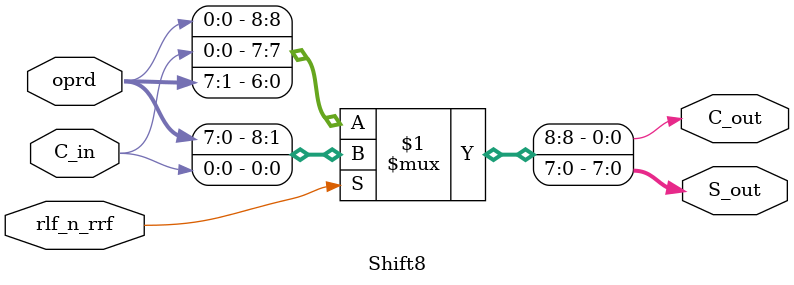
<source format=v>
`timescale 1ns / 1ps


module Shift8(
    input           C_in,
    input   [7:0]   oprd,
    input           rlf_n_rrf,      // 0: rrf , 1: rlf
    output  [7:0]   S_out,
    output          C_out
    );
    
assign {C_out, S_out} = rlf_n_rrf ? {oprd, C_in} : {oprd[0], C_in, oprd[7:1]};

endmodule

</source>
